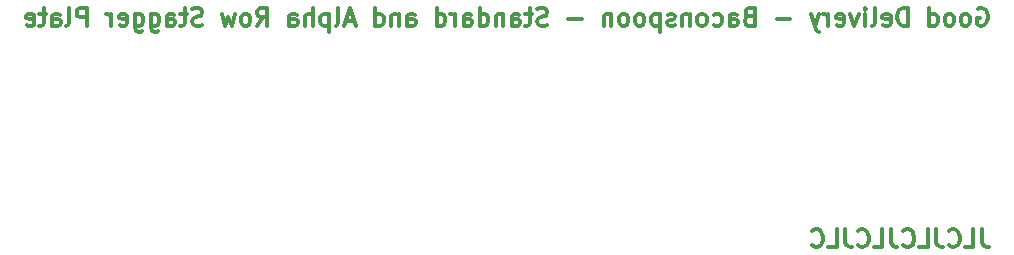
<source format=gbo>
%TF.GenerationSoftware,KiCad,Pcbnew,7.0.6*%
%TF.CreationDate,2023-10-29T00:27:11-04:00*%
%TF.ProjectId,dual-stagger-good-delivery-plate,6475616c-2d73-4746-9167-6765722d676f,rev?*%
%TF.SameCoordinates,PX3318a14PY7a102be*%
%TF.FileFunction,Legend,Bot*%
%TF.FilePolarity,Positive*%
%FSLAX46Y46*%
G04 Gerber Fmt 4.6, Leading zero omitted, Abs format (unit mm)*
G04 Created by KiCad (PCBNEW 7.0.6) date 2023-10-29 00:27:11*
%MOMM*%
%LPD*%
G01*
G04 APERTURE LIST*
%ADD10C,0.300000*%
G04 APERTURE END LIST*
D10*
X184159571Y20153906D02*
X184159571Y19082477D01*
X184159571Y19082477D02*
X184231000Y18868192D01*
X184231000Y18868192D02*
X184373857Y18725334D01*
X184373857Y18725334D02*
X184588143Y18653906D01*
X184588143Y18653906D02*
X184731000Y18653906D01*
X182731000Y18653906D02*
X183445286Y18653906D01*
X183445286Y18653906D02*
X183445286Y20153906D01*
X181373857Y18796763D02*
X181445285Y18725334D01*
X181445285Y18725334D02*
X181659571Y18653906D01*
X181659571Y18653906D02*
X181802428Y18653906D01*
X181802428Y18653906D02*
X182016714Y18725334D01*
X182016714Y18725334D02*
X182159571Y18868192D01*
X182159571Y18868192D02*
X182231000Y19011049D01*
X182231000Y19011049D02*
X182302428Y19296763D01*
X182302428Y19296763D02*
X182302428Y19511049D01*
X182302428Y19511049D02*
X182231000Y19796763D01*
X182231000Y19796763D02*
X182159571Y19939620D01*
X182159571Y19939620D02*
X182016714Y20082477D01*
X182016714Y20082477D02*
X181802428Y20153906D01*
X181802428Y20153906D02*
X181659571Y20153906D01*
X181659571Y20153906D02*
X181445285Y20082477D01*
X181445285Y20082477D02*
X181373857Y20011049D01*
X180302428Y20153906D02*
X180302428Y19082477D01*
X180302428Y19082477D02*
X180373857Y18868192D01*
X180373857Y18868192D02*
X180516714Y18725334D01*
X180516714Y18725334D02*
X180731000Y18653906D01*
X180731000Y18653906D02*
X180873857Y18653906D01*
X178873857Y18653906D02*
X179588143Y18653906D01*
X179588143Y18653906D02*
X179588143Y20153906D01*
X177516714Y18796763D02*
X177588142Y18725334D01*
X177588142Y18725334D02*
X177802428Y18653906D01*
X177802428Y18653906D02*
X177945285Y18653906D01*
X177945285Y18653906D02*
X178159571Y18725334D01*
X178159571Y18725334D02*
X178302428Y18868192D01*
X178302428Y18868192D02*
X178373857Y19011049D01*
X178373857Y19011049D02*
X178445285Y19296763D01*
X178445285Y19296763D02*
X178445285Y19511049D01*
X178445285Y19511049D02*
X178373857Y19796763D01*
X178373857Y19796763D02*
X178302428Y19939620D01*
X178302428Y19939620D02*
X178159571Y20082477D01*
X178159571Y20082477D02*
X177945285Y20153906D01*
X177945285Y20153906D02*
X177802428Y20153906D01*
X177802428Y20153906D02*
X177588142Y20082477D01*
X177588142Y20082477D02*
X177516714Y20011049D01*
X176445285Y20153906D02*
X176445285Y19082477D01*
X176445285Y19082477D02*
X176516714Y18868192D01*
X176516714Y18868192D02*
X176659571Y18725334D01*
X176659571Y18725334D02*
X176873857Y18653906D01*
X176873857Y18653906D02*
X177016714Y18653906D01*
X175016714Y18653906D02*
X175731000Y18653906D01*
X175731000Y18653906D02*
X175731000Y20153906D01*
X173659571Y18796763D02*
X173730999Y18725334D01*
X173730999Y18725334D02*
X173945285Y18653906D01*
X173945285Y18653906D02*
X174088142Y18653906D01*
X174088142Y18653906D02*
X174302428Y18725334D01*
X174302428Y18725334D02*
X174445285Y18868192D01*
X174445285Y18868192D02*
X174516714Y19011049D01*
X174516714Y19011049D02*
X174588142Y19296763D01*
X174588142Y19296763D02*
X174588142Y19511049D01*
X174588142Y19511049D02*
X174516714Y19796763D01*
X174516714Y19796763D02*
X174445285Y19939620D01*
X174445285Y19939620D02*
X174302428Y20082477D01*
X174302428Y20082477D02*
X174088142Y20153906D01*
X174088142Y20153906D02*
X173945285Y20153906D01*
X173945285Y20153906D02*
X173730999Y20082477D01*
X173730999Y20082477D02*
X173659571Y20011049D01*
X172588142Y20153906D02*
X172588142Y19082477D01*
X172588142Y19082477D02*
X172659571Y18868192D01*
X172659571Y18868192D02*
X172802428Y18725334D01*
X172802428Y18725334D02*
X173016714Y18653906D01*
X173016714Y18653906D02*
X173159571Y18653906D01*
X171159571Y18653906D02*
X171873857Y18653906D01*
X171873857Y18653906D02*
X171873857Y20153906D01*
X169802428Y18796763D02*
X169873856Y18725334D01*
X169873856Y18725334D02*
X170088142Y18653906D01*
X170088142Y18653906D02*
X170230999Y18653906D01*
X170230999Y18653906D02*
X170445285Y18725334D01*
X170445285Y18725334D02*
X170588142Y18868192D01*
X170588142Y18868192D02*
X170659571Y19011049D01*
X170659571Y19011049D02*
X170730999Y19296763D01*
X170730999Y19296763D02*
X170730999Y19511049D01*
X170730999Y19511049D02*
X170659571Y19796763D01*
X170659571Y19796763D02*
X170588142Y19939620D01*
X170588142Y19939620D02*
X170445285Y20082477D01*
X170445285Y20082477D02*
X170230999Y20153906D01*
X170230999Y20153906D02*
X170088142Y20153906D01*
X170088142Y20153906D02*
X169873856Y20082477D01*
X169873856Y20082477D02*
X169802428Y20011049D01*
X183802428Y38834868D02*
X183945286Y38906297D01*
X183945286Y38906297D02*
X184159571Y38906297D01*
X184159571Y38906297D02*
X184373857Y38834868D01*
X184373857Y38834868D02*
X184516714Y38692011D01*
X184516714Y38692011D02*
X184588143Y38549154D01*
X184588143Y38549154D02*
X184659571Y38263440D01*
X184659571Y38263440D02*
X184659571Y38049154D01*
X184659571Y38049154D02*
X184588143Y37763440D01*
X184588143Y37763440D02*
X184516714Y37620583D01*
X184516714Y37620583D02*
X184373857Y37477725D01*
X184373857Y37477725D02*
X184159571Y37406297D01*
X184159571Y37406297D02*
X184016714Y37406297D01*
X184016714Y37406297D02*
X183802428Y37477725D01*
X183802428Y37477725D02*
X183731000Y37549154D01*
X183731000Y37549154D02*
X183731000Y38049154D01*
X183731000Y38049154D02*
X184016714Y38049154D01*
X182873857Y37406297D02*
X183016714Y37477725D01*
X183016714Y37477725D02*
X183088143Y37549154D01*
X183088143Y37549154D02*
X183159571Y37692011D01*
X183159571Y37692011D02*
X183159571Y38120583D01*
X183159571Y38120583D02*
X183088143Y38263440D01*
X183088143Y38263440D02*
X183016714Y38334868D01*
X183016714Y38334868D02*
X182873857Y38406297D01*
X182873857Y38406297D02*
X182659571Y38406297D01*
X182659571Y38406297D02*
X182516714Y38334868D01*
X182516714Y38334868D02*
X182445286Y38263440D01*
X182445286Y38263440D02*
X182373857Y38120583D01*
X182373857Y38120583D02*
X182373857Y37692011D01*
X182373857Y37692011D02*
X182445286Y37549154D01*
X182445286Y37549154D02*
X182516714Y37477725D01*
X182516714Y37477725D02*
X182659571Y37406297D01*
X182659571Y37406297D02*
X182873857Y37406297D01*
X181516714Y37406297D02*
X181659571Y37477725D01*
X181659571Y37477725D02*
X181731000Y37549154D01*
X181731000Y37549154D02*
X181802428Y37692011D01*
X181802428Y37692011D02*
X181802428Y38120583D01*
X181802428Y38120583D02*
X181731000Y38263440D01*
X181731000Y38263440D02*
X181659571Y38334868D01*
X181659571Y38334868D02*
X181516714Y38406297D01*
X181516714Y38406297D02*
X181302428Y38406297D01*
X181302428Y38406297D02*
X181159571Y38334868D01*
X181159571Y38334868D02*
X181088143Y38263440D01*
X181088143Y38263440D02*
X181016714Y38120583D01*
X181016714Y38120583D02*
X181016714Y37692011D01*
X181016714Y37692011D02*
X181088143Y37549154D01*
X181088143Y37549154D02*
X181159571Y37477725D01*
X181159571Y37477725D02*
X181302428Y37406297D01*
X181302428Y37406297D02*
X181516714Y37406297D01*
X179731000Y37406297D02*
X179731000Y38906297D01*
X179731000Y37477725D02*
X179873857Y37406297D01*
X179873857Y37406297D02*
X180159571Y37406297D01*
X180159571Y37406297D02*
X180302428Y37477725D01*
X180302428Y37477725D02*
X180373857Y37549154D01*
X180373857Y37549154D02*
X180445285Y37692011D01*
X180445285Y37692011D02*
X180445285Y38120583D01*
X180445285Y38120583D02*
X180373857Y38263440D01*
X180373857Y38263440D02*
X180302428Y38334868D01*
X180302428Y38334868D02*
X180159571Y38406297D01*
X180159571Y38406297D02*
X179873857Y38406297D01*
X179873857Y38406297D02*
X179731000Y38334868D01*
X177873857Y37406297D02*
X177873857Y38906297D01*
X177873857Y38906297D02*
X177516714Y38906297D01*
X177516714Y38906297D02*
X177302428Y38834868D01*
X177302428Y38834868D02*
X177159571Y38692011D01*
X177159571Y38692011D02*
X177088142Y38549154D01*
X177088142Y38549154D02*
X177016714Y38263440D01*
X177016714Y38263440D02*
X177016714Y38049154D01*
X177016714Y38049154D02*
X177088142Y37763440D01*
X177088142Y37763440D02*
X177159571Y37620583D01*
X177159571Y37620583D02*
X177302428Y37477725D01*
X177302428Y37477725D02*
X177516714Y37406297D01*
X177516714Y37406297D02*
X177873857Y37406297D01*
X175802428Y37477725D02*
X175945285Y37406297D01*
X175945285Y37406297D02*
X176231000Y37406297D01*
X176231000Y37406297D02*
X176373857Y37477725D01*
X176373857Y37477725D02*
X176445285Y37620583D01*
X176445285Y37620583D02*
X176445285Y38192011D01*
X176445285Y38192011D02*
X176373857Y38334868D01*
X176373857Y38334868D02*
X176231000Y38406297D01*
X176231000Y38406297D02*
X175945285Y38406297D01*
X175945285Y38406297D02*
X175802428Y38334868D01*
X175802428Y38334868D02*
X175731000Y38192011D01*
X175731000Y38192011D02*
X175731000Y38049154D01*
X175731000Y38049154D02*
X176445285Y37906297D01*
X174873857Y37406297D02*
X175016714Y37477725D01*
X175016714Y37477725D02*
X175088143Y37620583D01*
X175088143Y37620583D02*
X175088143Y38906297D01*
X174302429Y37406297D02*
X174302429Y38406297D01*
X174302429Y38906297D02*
X174373857Y38834868D01*
X174373857Y38834868D02*
X174302429Y38763440D01*
X174302429Y38763440D02*
X174231000Y38834868D01*
X174231000Y38834868D02*
X174302429Y38906297D01*
X174302429Y38906297D02*
X174302429Y38763440D01*
X173731000Y38406297D02*
X173373857Y37406297D01*
X173373857Y37406297D02*
X173016714Y38406297D01*
X171873857Y37477725D02*
X172016714Y37406297D01*
X172016714Y37406297D02*
X172302429Y37406297D01*
X172302429Y37406297D02*
X172445286Y37477725D01*
X172445286Y37477725D02*
X172516714Y37620583D01*
X172516714Y37620583D02*
X172516714Y38192011D01*
X172516714Y38192011D02*
X172445286Y38334868D01*
X172445286Y38334868D02*
X172302429Y38406297D01*
X172302429Y38406297D02*
X172016714Y38406297D01*
X172016714Y38406297D02*
X171873857Y38334868D01*
X171873857Y38334868D02*
X171802429Y38192011D01*
X171802429Y38192011D02*
X171802429Y38049154D01*
X171802429Y38049154D02*
X172516714Y37906297D01*
X171159572Y37406297D02*
X171159572Y38406297D01*
X171159572Y38120583D02*
X171088143Y38263440D01*
X171088143Y38263440D02*
X171016715Y38334868D01*
X171016715Y38334868D02*
X170873857Y38406297D01*
X170873857Y38406297D02*
X170731000Y38406297D01*
X170373858Y38406297D02*
X170016715Y37406297D01*
X169659572Y38406297D02*
X170016715Y37406297D01*
X170016715Y37406297D02*
X170159572Y37049154D01*
X170159572Y37049154D02*
X170231001Y36977725D01*
X170231001Y36977725D02*
X170373858Y36906297D01*
X167945287Y37977725D02*
X166802430Y37977725D01*
X164445287Y38192011D02*
X164231001Y38120583D01*
X164231001Y38120583D02*
X164159572Y38049154D01*
X164159572Y38049154D02*
X164088144Y37906297D01*
X164088144Y37906297D02*
X164088144Y37692011D01*
X164088144Y37692011D02*
X164159572Y37549154D01*
X164159572Y37549154D02*
X164231001Y37477725D01*
X164231001Y37477725D02*
X164373858Y37406297D01*
X164373858Y37406297D02*
X164945287Y37406297D01*
X164945287Y37406297D02*
X164945287Y38906297D01*
X164945287Y38906297D02*
X164445287Y38906297D01*
X164445287Y38906297D02*
X164302430Y38834868D01*
X164302430Y38834868D02*
X164231001Y38763440D01*
X164231001Y38763440D02*
X164159572Y38620583D01*
X164159572Y38620583D02*
X164159572Y38477725D01*
X164159572Y38477725D02*
X164231001Y38334868D01*
X164231001Y38334868D02*
X164302430Y38263440D01*
X164302430Y38263440D02*
X164445287Y38192011D01*
X164445287Y38192011D02*
X164945287Y38192011D01*
X162802430Y37406297D02*
X162802430Y38192011D01*
X162802430Y38192011D02*
X162873858Y38334868D01*
X162873858Y38334868D02*
X163016715Y38406297D01*
X163016715Y38406297D02*
X163302430Y38406297D01*
X163302430Y38406297D02*
X163445287Y38334868D01*
X162802430Y37477725D02*
X162945287Y37406297D01*
X162945287Y37406297D02*
X163302430Y37406297D01*
X163302430Y37406297D02*
X163445287Y37477725D01*
X163445287Y37477725D02*
X163516715Y37620583D01*
X163516715Y37620583D02*
X163516715Y37763440D01*
X163516715Y37763440D02*
X163445287Y37906297D01*
X163445287Y37906297D02*
X163302430Y37977725D01*
X163302430Y37977725D02*
X162945287Y37977725D01*
X162945287Y37977725D02*
X162802430Y38049154D01*
X161445287Y37477725D02*
X161588144Y37406297D01*
X161588144Y37406297D02*
X161873858Y37406297D01*
X161873858Y37406297D02*
X162016715Y37477725D01*
X162016715Y37477725D02*
X162088144Y37549154D01*
X162088144Y37549154D02*
X162159572Y37692011D01*
X162159572Y37692011D02*
X162159572Y38120583D01*
X162159572Y38120583D02*
X162088144Y38263440D01*
X162088144Y38263440D02*
X162016715Y38334868D01*
X162016715Y38334868D02*
X161873858Y38406297D01*
X161873858Y38406297D02*
X161588144Y38406297D01*
X161588144Y38406297D02*
X161445287Y38334868D01*
X160588144Y37406297D02*
X160731001Y37477725D01*
X160731001Y37477725D02*
X160802430Y37549154D01*
X160802430Y37549154D02*
X160873858Y37692011D01*
X160873858Y37692011D02*
X160873858Y38120583D01*
X160873858Y38120583D02*
X160802430Y38263440D01*
X160802430Y38263440D02*
X160731001Y38334868D01*
X160731001Y38334868D02*
X160588144Y38406297D01*
X160588144Y38406297D02*
X160373858Y38406297D01*
X160373858Y38406297D02*
X160231001Y38334868D01*
X160231001Y38334868D02*
X160159573Y38263440D01*
X160159573Y38263440D02*
X160088144Y38120583D01*
X160088144Y38120583D02*
X160088144Y37692011D01*
X160088144Y37692011D02*
X160159573Y37549154D01*
X160159573Y37549154D02*
X160231001Y37477725D01*
X160231001Y37477725D02*
X160373858Y37406297D01*
X160373858Y37406297D02*
X160588144Y37406297D01*
X159445287Y38406297D02*
X159445287Y37406297D01*
X159445287Y38263440D02*
X159373858Y38334868D01*
X159373858Y38334868D02*
X159231001Y38406297D01*
X159231001Y38406297D02*
X159016715Y38406297D01*
X159016715Y38406297D02*
X158873858Y38334868D01*
X158873858Y38334868D02*
X158802430Y38192011D01*
X158802430Y38192011D02*
X158802430Y37406297D01*
X158159572Y37477725D02*
X158016715Y37406297D01*
X158016715Y37406297D02*
X157731001Y37406297D01*
X157731001Y37406297D02*
X157588144Y37477725D01*
X157588144Y37477725D02*
X157516715Y37620583D01*
X157516715Y37620583D02*
X157516715Y37692011D01*
X157516715Y37692011D02*
X157588144Y37834868D01*
X157588144Y37834868D02*
X157731001Y37906297D01*
X157731001Y37906297D02*
X157945287Y37906297D01*
X157945287Y37906297D02*
X158088144Y37977725D01*
X158088144Y37977725D02*
X158159572Y38120583D01*
X158159572Y38120583D02*
X158159572Y38192011D01*
X158159572Y38192011D02*
X158088144Y38334868D01*
X158088144Y38334868D02*
X157945287Y38406297D01*
X157945287Y38406297D02*
X157731001Y38406297D01*
X157731001Y38406297D02*
X157588144Y38334868D01*
X156873858Y38406297D02*
X156873858Y36906297D01*
X156873858Y38334868D02*
X156731001Y38406297D01*
X156731001Y38406297D02*
X156445286Y38406297D01*
X156445286Y38406297D02*
X156302429Y38334868D01*
X156302429Y38334868D02*
X156231001Y38263440D01*
X156231001Y38263440D02*
X156159572Y38120583D01*
X156159572Y38120583D02*
X156159572Y37692011D01*
X156159572Y37692011D02*
X156231001Y37549154D01*
X156231001Y37549154D02*
X156302429Y37477725D01*
X156302429Y37477725D02*
X156445286Y37406297D01*
X156445286Y37406297D02*
X156731001Y37406297D01*
X156731001Y37406297D02*
X156873858Y37477725D01*
X155302429Y37406297D02*
X155445286Y37477725D01*
X155445286Y37477725D02*
X155516715Y37549154D01*
X155516715Y37549154D02*
X155588143Y37692011D01*
X155588143Y37692011D02*
X155588143Y38120583D01*
X155588143Y38120583D02*
X155516715Y38263440D01*
X155516715Y38263440D02*
X155445286Y38334868D01*
X155445286Y38334868D02*
X155302429Y38406297D01*
X155302429Y38406297D02*
X155088143Y38406297D01*
X155088143Y38406297D02*
X154945286Y38334868D01*
X154945286Y38334868D02*
X154873858Y38263440D01*
X154873858Y38263440D02*
X154802429Y38120583D01*
X154802429Y38120583D02*
X154802429Y37692011D01*
X154802429Y37692011D02*
X154873858Y37549154D01*
X154873858Y37549154D02*
X154945286Y37477725D01*
X154945286Y37477725D02*
X155088143Y37406297D01*
X155088143Y37406297D02*
X155302429Y37406297D01*
X153945286Y37406297D02*
X154088143Y37477725D01*
X154088143Y37477725D02*
X154159572Y37549154D01*
X154159572Y37549154D02*
X154231000Y37692011D01*
X154231000Y37692011D02*
X154231000Y38120583D01*
X154231000Y38120583D02*
X154159572Y38263440D01*
X154159572Y38263440D02*
X154088143Y38334868D01*
X154088143Y38334868D02*
X153945286Y38406297D01*
X153945286Y38406297D02*
X153731000Y38406297D01*
X153731000Y38406297D02*
X153588143Y38334868D01*
X153588143Y38334868D02*
X153516715Y38263440D01*
X153516715Y38263440D02*
X153445286Y38120583D01*
X153445286Y38120583D02*
X153445286Y37692011D01*
X153445286Y37692011D02*
X153516715Y37549154D01*
X153516715Y37549154D02*
X153588143Y37477725D01*
X153588143Y37477725D02*
X153731000Y37406297D01*
X153731000Y37406297D02*
X153945286Y37406297D01*
X152802429Y38406297D02*
X152802429Y37406297D01*
X152802429Y38263440D02*
X152731000Y38334868D01*
X152731000Y38334868D02*
X152588143Y38406297D01*
X152588143Y38406297D02*
X152373857Y38406297D01*
X152373857Y38406297D02*
X152231000Y38334868D01*
X152231000Y38334868D02*
X152159572Y38192011D01*
X152159572Y38192011D02*
X152159572Y37406297D01*
X150302429Y37977725D02*
X149159572Y37977725D01*
X147373857Y37477725D02*
X147159572Y37406297D01*
X147159572Y37406297D02*
X146802429Y37406297D01*
X146802429Y37406297D02*
X146659572Y37477725D01*
X146659572Y37477725D02*
X146588143Y37549154D01*
X146588143Y37549154D02*
X146516714Y37692011D01*
X146516714Y37692011D02*
X146516714Y37834868D01*
X146516714Y37834868D02*
X146588143Y37977725D01*
X146588143Y37977725D02*
X146659572Y38049154D01*
X146659572Y38049154D02*
X146802429Y38120583D01*
X146802429Y38120583D02*
X147088143Y38192011D01*
X147088143Y38192011D02*
X147231000Y38263440D01*
X147231000Y38263440D02*
X147302429Y38334868D01*
X147302429Y38334868D02*
X147373857Y38477725D01*
X147373857Y38477725D02*
X147373857Y38620583D01*
X147373857Y38620583D02*
X147302429Y38763440D01*
X147302429Y38763440D02*
X147231000Y38834868D01*
X147231000Y38834868D02*
X147088143Y38906297D01*
X147088143Y38906297D02*
X146731000Y38906297D01*
X146731000Y38906297D02*
X146516714Y38834868D01*
X146088143Y38406297D02*
X145516715Y38406297D01*
X145873858Y38906297D02*
X145873858Y37620583D01*
X145873858Y37620583D02*
X145802429Y37477725D01*
X145802429Y37477725D02*
X145659572Y37406297D01*
X145659572Y37406297D02*
X145516715Y37406297D01*
X144373858Y37406297D02*
X144373858Y38192011D01*
X144373858Y38192011D02*
X144445286Y38334868D01*
X144445286Y38334868D02*
X144588143Y38406297D01*
X144588143Y38406297D02*
X144873858Y38406297D01*
X144873858Y38406297D02*
X145016715Y38334868D01*
X144373858Y37477725D02*
X144516715Y37406297D01*
X144516715Y37406297D02*
X144873858Y37406297D01*
X144873858Y37406297D02*
X145016715Y37477725D01*
X145016715Y37477725D02*
X145088143Y37620583D01*
X145088143Y37620583D02*
X145088143Y37763440D01*
X145088143Y37763440D02*
X145016715Y37906297D01*
X145016715Y37906297D02*
X144873858Y37977725D01*
X144873858Y37977725D02*
X144516715Y37977725D01*
X144516715Y37977725D02*
X144373858Y38049154D01*
X143659572Y38406297D02*
X143659572Y37406297D01*
X143659572Y38263440D02*
X143588143Y38334868D01*
X143588143Y38334868D02*
X143445286Y38406297D01*
X143445286Y38406297D02*
X143231000Y38406297D01*
X143231000Y38406297D02*
X143088143Y38334868D01*
X143088143Y38334868D02*
X143016715Y38192011D01*
X143016715Y38192011D02*
X143016715Y37406297D01*
X141659572Y37406297D02*
X141659572Y38906297D01*
X141659572Y37477725D02*
X141802429Y37406297D01*
X141802429Y37406297D02*
X142088143Y37406297D01*
X142088143Y37406297D02*
X142231000Y37477725D01*
X142231000Y37477725D02*
X142302429Y37549154D01*
X142302429Y37549154D02*
X142373857Y37692011D01*
X142373857Y37692011D02*
X142373857Y38120583D01*
X142373857Y38120583D02*
X142302429Y38263440D01*
X142302429Y38263440D02*
X142231000Y38334868D01*
X142231000Y38334868D02*
X142088143Y38406297D01*
X142088143Y38406297D02*
X141802429Y38406297D01*
X141802429Y38406297D02*
X141659572Y38334868D01*
X140302429Y37406297D02*
X140302429Y38192011D01*
X140302429Y38192011D02*
X140373857Y38334868D01*
X140373857Y38334868D02*
X140516714Y38406297D01*
X140516714Y38406297D02*
X140802429Y38406297D01*
X140802429Y38406297D02*
X140945286Y38334868D01*
X140302429Y37477725D02*
X140445286Y37406297D01*
X140445286Y37406297D02*
X140802429Y37406297D01*
X140802429Y37406297D02*
X140945286Y37477725D01*
X140945286Y37477725D02*
X141016714Y37620583D01*
X141016714Y37620583D02*
X141016714Y37763440D01*
X141016714Y37763440D02*
X140945286Y37906297D01*
X140945286Y37906297D02*
X140802429Y37977725D01*
X140802429Y37977725D02*
X140445286Y37977725D01*
X140445286Y37977725D02*
X140302429Y38049154D01*
X139588143Y37406297D02*
X139588143Y38406297D01*
X139588143Y38120583D02*
X139516714Y38263440D01*
X139516714Y38263440D02*
X139445286Y38334868D01*
X139445286Y38334868D02*
X139302428Y38406297D01*
X139302428Y38406297D02*
X139159571Y38406297D01*
X138016715Y37406297D02*
X138016715Y38906297D01*
X138016715Y37477725D02*
X138159572Y37406297D01*
X138159572Y37406297D02*
X138445286Y37406297D01*
X138445286Y37406297D02*
X138588143Y37477725D01*
X138588143Y37477725D02*
X138659572Y37549154D01*
X138659572Y37549154D02*
X138731000Y37692011D01*
X138731000Y37692011D02*
X138731000Y38120583D01*
X138731000Y38120583D02*
X138659572Y38263440D01*
X138659572Y38263440D02*
X138588143Y38334868D01*
X138588143Y38334868D02*
X138445286Y38406297D01*
X138445286Y38406297D02*
X138159572Y38406297D01*
X138159572Y38406297D02*
X138016715Y38334868D01*
X135516715Y37406297D02*
X135516715Y38192011D01*
X135516715Y38192011D02*
X135588143Y38334868D01*
X135588143Y38334868D02*
X135731000Y38406297D01*
X135731000Y38406297D02*
X136016715Y38406297D01*
X136016715Y38406297D02*
X136159572Y38334868D01*
X135516715Y37477725D02*
X135659572Y37406297D01*
X135659572Y37406297D02*
X136016715Y37406297D01*
X136016715Y37406297D02*
X136159572Y37477725D01*
X136159572Y37477725D02*
X136231000Y37620583D01*
X136231000Y37620583D02*
X136231000Y37763440D01*
X136231000Y37763440D02*
X136159572Y37906297D01*
X136159572Y37906297D02*
X136016715Y37977725D01*
X136016715Y37977725D02*
X135659572Y37977725D01*
X135659572Y37977725D02*
X135516715Y38049154D01*
X134802429Y38406297D02*
X134802429Y37406297D01*
X134802429Y38263440D02*
X134731000Y38334868D01*
X134731000Y38334868D02*
X134588143Y38406297D01*
X134588143Y38406297D02*
X134373857Y38406297D01*
X134373857Y38406297D02*
X134231000Y38334868D01*
X134231000Y38334868D02*
X134159572Y38192011D01*
X134159572Y38192011D02*
X134159572Y37406297D01*
X132802429Y37406297D02*
X132802429Y38906297D01*
X132802429Y37477725D02*
X132945286Y37406297D01*
X132945286Y37406297D02*
X133231000Y37406297D01*
X133231000Y37406297D02*
X133373857Y37477725D01*
X133373857Y37477725D02*
X133445286Y37549154D01*
X133445286Y37549154D02*
X133516714Y37692011D01*
X133516714Y37692011D02*
X133516714Y38120583D01*
X133516714Y38120583D02*
X133445286Y38263440D01*
X133445286Y38263440D02*
X133373857Y38334868D01*
X133373857Y38334868D02*
X133231000Y38406297D01*
X133231000Y38406297D02*
X132945286Y38406297D01*
X132945286Y38406297D02*
X132802429Y38334868D01*
X131016714Y37834868D02*
X130302429Y37834868D01*
X131159571Y37406297D02*
X130659571Y38906297D01*
X130659571Y38906297D02*
X130159571Y37406297D01*
X129445286Y37406297D02*
X129588143Y37477725D01*
X129588143Y37477725D02*
X129659572Y37620583D01*
X129659572Y37620583D02*
X129659572Y38906297D01*
X128873858Y38406297D02*
X128873858Y36906297D01*
X128873858Y38334868D02*
X128731001Y38406297D01*
X128731001Y38406297D02*
X128445286Y38406297D01*
X128445286Y38406297D02*
X128302429Y38334868D01*
X128302429Y38334868D02*
X128231001Y38263440D01*
X128231001Y38263440D02*
X128159572Y38120583D01*
X128159572Y38120583D02*
X128159572Y37692011D01*
X128159572Y37692011D02*
X128231001Y37549154D01*
X128231001Y37549154D02*
X128302429Y37477725D01*
X128302429Y37477725D02*
X128445286Y37406297D01*
X128445286Y37406297D02*
X128731001Y37406297D01*
X128731001Y37406297D02*
X128873858Y37477725D01*
X127516715Y37406297D02*
X127516715Y38906297D01*
X126873858Y37406297D02*
X126873858Y38192011D01*
X126873858Y38192011D02*
X126945286Y38334868D01*
X126945286Y38334868D02*
X127088143Y38406297D01*
X127088143Y38406297D02*
X127302429Y38406297D01*
X127302429Y38406297D02*
X127445286Y38334868D01*
X127445286Y38334868D02*
X127516715Y38263440D01*
X125516715Y37406297D02*
X125516715Y38192011D01*
X125516715Y38192011D02*
X125588143Y38334868D01*
X125588143Y38334868D02*
X125731000Y38406297D01*
X125731000Y38406297D02*
X126016715Y38406297D01*
X126016715Y38406297D02*
X126159572Y38334868D01*
X125516715Y37477725D02*
X125659572Y37406297D01*
X125659572Y37406297D02*
X126016715Y37406297D01*
X126016715Y37406297D02*
X126159572Y37477725D01*
X126159572Y37477725D02*
X126231000Y37620583D01*
X126231000Y37620583D02*
X126231000Y37763440D01*
X126231000Y37763440D02*
X126159572Y37906297D01*
X126159572Y37906297D02*
X126016715Y37977725D01*
X126016715Y37977725D02*
X125659572Y37977725D01*
X125659572Y37977725D02*
X125516715Y38049154D01*
X122802429Y37406297D02*
X123302429Y38120583D01*
X123659572Y37406297D02*
X123659572Y38906297D01*
X123659572Y38906297D02*
X123088143Y38906297D01*
X123088143Y38906297D02*
X122945286Y38834868D01*
X122945286Y38834868D02*
X122873857Y38763440D01*
X122873857Y38763440D02*
X122802429Y38620583D01*
X122802429Y38620583D02*
X122802429Y38406297D01*
X122802429Y38406297D02*
X122873857Y38263440D01*
X122873857Y38263440D02*
X122945286Y38192011D01*
X122945286Y38192011D02*
X123088143Y38120583D01*
X123088143Y38120583D02*
X123659572Y38120583D01*
X121945286Y37406297D02*
X122088143Y37477725D01*
X122088143Y37477725D02*
X122159572Y37549154D01*
X122159572Y37549154D02*
X122231000Y37692011D01*
X122231000Y37692011D02*
X122231000Y38120583D01*
X122231000Y38120583D02*
X122159572Y38263440D01*
X122159572Y38263440D02*
X122088143Y38334868D01*
X122088143Y38334868D02*
X121945286Y38406297D01*
X121945286Y38406297D02*
X121731000Y38406297D01*
X121731000Y38406297D02*
X121588143Y38334868D01*
X121588143Y38334868D02*
X121516715Y38263440D01*
X121516715Y38263440D02*
X121445286Y38120583D01*
X121445286Y38120583D02*
X121445286Y37692011D01*
X121445286Y37692011D02*
X121516715Y37549154D01*
X121516715Y37549154D02*
X121588143Y37477725D01*
X121588143Y37477725D02*
X121731000Y37406297D01*
X121731000Y37406297D02*
X121945286Y37406297D01*
X120945286Y38406297D02*
X120659572Y37406297D01*
X120659572Y37406297D02*
X120373857Y38120583D01*
X120373857Y38120583D02*
X120088143Y37406297D01*
X120088143Y37406297D02*
X119802429Y38406297D01*
X118159571Y37477725D02*
X117945286Y37406297D01*
X117945286Y37406297D02*
X117588143Y37406297D01*
X117588143Y37406297D02*
X117445286Y37477725D01*
X117445286Y37477725D02*
X117373857Y37549154D01*
X117373857Y37549154D02*
X117302428Y37692011D01*
X117302428Y37692011D02*
X117302428Y37834868D01*
X117302428Y37834868D02*
X117373857Y37977725D01*
X117373857Y37977725D02*
X117445286Y38049154D01*
X117445286Y38049154D02*
X117588143Y38120583D01*
X117588143Y38120583D02*
X117873857Y38192011D01*
X117873857Y38192011D02*
X118016714Y38263440D01*
X118016714Y38263440D02*
X118088143Y38334868D01*
X118088143Y38334868D02*
X118159571Y38477725D01*
X118159571Y38477725D02*
X118159571Y38620583D01*
X118159571Y38620583D02*
X118088143Y38763440D01*
X118088143Y38763440D02*
X118016714Y38834868D01*
X118016714Y38834868D02*
X117873857Y38906297D01*
X117873857Y38906297D02*
X117516714Y38906297D01*
X117516714Y38906297D02*
X117302428Y38834868D01*
X116873857Y38406297D02*
X116302429Y38406297D01*
X116659572Y38906297D02*
X116659572Y37620583D01*
X116659572Y37620583D02*
X116588143Y37477725D01*
X116588143Y37477725D02*
X116445286Y37406297D01*
X116445286Y37406297D02*
X116302429Y37406297D01*
X115159572Y37406297D02*
X115159572Y38192011D01*
X115159572Y38192011D02*
X115231000Y38334868D01*
X115231000Y38334868D02*
X115373857Y38406297D01*
X115373857Y38406297D02*
X115659572Y38406297D01*
X115659572Y38406297D02*
X115802429Y38334868D01*
X115159572Y37477725D02*
X115302429Y37406297D01*
X115302429Y37406297D02*
X115659572Y37406297D01*
X115659572Y37406297D02*
X115802429Y37477725D01*
X115802429Y37477725D02*
X115873857Y37620583D01*
X115873857Y37620583D02*
X115873857Y37763440D01*
X115873857Y37763440D02*
X115802429Y37906297D01*
X115802429Y37906297D02*
X115659572Y37977725D01*
X115659572Y37977725D02*
X115302429Y37977725D01*
X115302429Y37977725D02*
X115159572Y38049154D01*
X113802429Y38406297D02*
X113802429Y37192011D01*
X113802429Y37192011D02*
X113873857Y37049154D01*
X113873857Y37049154D02*
X113945286Y36977725D01*
X113945286Y36977725D02*
X114088143Y36906297D01*
X114088143Y36906297D02*
X114302429Y36906297D01*
X114302429Y36906297D02*
X114445286Y36977725D01*
X113802429Y37477725D02*
X113945286Y37406297D01*
X113945286Y37406297D02*
X114231000Y37406297D01*
X114231000Y37406297D02*
X114373857Y37477725D01*
X114373857Y37477725D02*
X114445286Y37549154D01*
X114445286Y37549154D02*
X114516714Y37692011D01*
X114516714Y37692011D02*
X114516714Y38120583D01*
X114516714Y38120583D02*
X114445286Y38263440D01*
X114445286Y38263440D02*
X114373857Y38334868D01*
X114373857Y38334868D02*
X114231000Y38406297D01*
X114231000Y38406297D02*
X113945286Y38406297D01*
X113945286Y38406297D02*
X113802429Y38334868D01*
X112445286Y38406297D02*
X112445286Y37192011D01*
X112445286Y37192011D02*
X112516714Y37049154D01*
X112516714Y37049154D02*
X112588143Y36977725D01*
X112588143Y36977725D02*
X112731000Y36906297D01*
X112731000Y36906297D02*
X112945286Y36906297D01*
X112945286Y36906297D02*
X113088143Y36977725D01*
X112445286Y37477725D02*
X112588143Y37406297D01*
X112588143Y37406297D02*
X112873857Y37406297D01*
X112873857Y37406297D02*
X113016714Y37477725D01*
X113016714Y37477725D02*
X113088143Y37549154D01*
X113088143Y37549154D02*
X113159571Y37692011D01*
X113159571Y37692011D02*
X113159571Y38120583D01*
X113159571Y38120583D02*
X113088143Y38263440D01*
X113088143Y38263440D02*
X113016714Y38334868D01*
X113016714Y38334868D02*
X112873857Y38406297D01*
X112873857Y38406297D02*
X112588143Y38406297D01*
X112588143Y38406297D02*
X112445286Y38334868D01*
X111159571Y37477725D02*
X111302428Y37406297D01*
X111302428Y37406297D02*
X111588143Y37406297D01*
X111588143Y37406297D02*
X111731000Y37477725D01*
X111731000Y37477725D02*
X111802428Y37620583D01*
X111802428Y37620583D02*
X111802428Y38192011D01*
X111802428Y38192011D02*
X111731000Y38334868D01*
X111731000Y38334868D02*
X111588143Y38406297D01*
X111588143Y38406297D02*
X111302428Y38406297D01*
X111302428Y38406297D02*
X111159571Y38334868D01*
X111159571Y38334868D02*
X111088143Y38192011D01*
X111088143Y38192011D02*
X111088143Y38049154D01*
X111088143Y38049154D02*
X111802428Y37906297D01*
X110445286Y37406297D02*
X110445286Y38406297D01*
X110445286Y38120583D02*
X110373857Y38263440D01*
X110373857Y38263440D02*
X110302429Y38334868D01*
X110302429Y38334868D02*
X110159571Y38406297D01*
X110159571Y38406297D02*
X110016714Y38406297D01*
X108373858Y37406297D02*
X108373858Y38906297D01*
X108373858Y38906297D02*
X107802429Y38906297D01*
X107802429Y38906297D02*
X107659572Y38834868D01*
X107659572Y38834868D02*
X107588143Y38763440D01*
X107588143Y38763440D02*
X107516715Y38620583D01*
X107516715Y38620583D02*
X107516715Y38406297D01*
X107516715Y38406297D02*
X107588143Y38263440D01*
X107588143Y38263440D02*
X107659572Y38192011D01*
X107659572Y38192011D02*
X107802429Y38120583D01*
X107802429Y38120583D02*
X108373858Y38120583D01*
X106659572Y37406297D02*
X106802429Y37477725D01*
X106802429Y37477725D02*
X106873858Y37620583D01*
X106873858Y37620583D02*
X106873858Y38906297D01*
X105445287Y37406297D02*
X105445287Y38192011D01*
X105445287Y38192011D02*
X105516715Y38334868D01*
X105516715Y38334868D02*
X105659572Y38406297D01*
X105659572Y38406297D02*
X105945287Y38406297D01*
X105945287Y38406297D02*
X106088144Y38334868D01*
X105445287Y37477725D02*
X105588144Y37406297D01*
X105588144Y37406297D02*
X105945287Y37406297D01*
X105945287Y37406297D02*
X106088144Y37477725D01*
X106088144Y37477725D02*
X106159572Y37620583D01*
X106159572Y37620583D02*
X106159572Y37763440D01*
X106159572Y37763440D02*
X106088144Y37906297D01*
X106088144Y37906297D02*
X105945287Y37977725D01*
X105945287Y37977725D02*
X105588144Y37977725D01*
X105588144Y37977725D02*
X105445287Y38049154D01*
X104945286Y38406297D02*
X104373858Y38406297D01*
X104731001Y38906297D02*
X104731001Y37620583D01*
X104731001Y37620583D02*
X104659572Y37477725D01*
X104659572Y37477725D02*
X104516715Y37406297D01*
X104516715Y37406297D02*
X104373858Y37406297D01*
X103302429Y37477725D02*
X103445286Y37406297D01*
X103445286Y37406297D02*
X103731001Y37406297D01*
X103731001Y37406297D02*
X103873858Y37477725D01*
X103873858Y37477725D02*
X103945286Y37620583D01*
X103945286Y37620583D02*
X103945286Y38192011D01*
X103945286Y38192011D02*
X103873858Y38334868D01*
X103873858Y38334868D02*
X103731001Y38406297D01*
X103731001Y38406297D02*
X103445286Y38406297D01*
X103445286Y38406297D02*
X103302429Y38334868D01*
X103302429Y38334868D02*
X103231001Y38192011D01*
X103231001Y38192011D02*
X103231001Y38049154D01*
X103231001Y38049154D02*
X103945286Y37906297D01*
M02*

</source>
